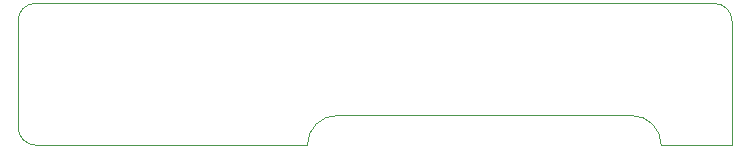
<source format=gbr>
%TF.GenerationSoftware,KiCad,Pcbnew,5.1.8+dfsg1-1~bpo10+1*%
%TF.CreationDate,2021-01-23T23:31:02+00:00*%
%TF.ProjectId,atlas_btn,61746c61-735f-4627-946e-2e6b69636164,rev?*%
%TF.SameCoordinates,Original*%
%TF.FileFunction,Profile,NP*%
%FSLAX46Y46*%
G04 Gerber Fmt 4.6, Leading zero omitted, Abs format (unit mm)*
G04 Created by KiCad (PCBNEW 5.1.8+dfsg1-1~bpo10+1) date 2021-01-23 23:31:02*
%MOMM*%
%LPD*%
G01*
G04 APERTURE LIST*
%TA.AperFunction,Profile*%
%ADD10C,0.050000*%
%TD*%
G04 APERTURE END LIST*
D10*
X137084121Y-110970000D02*
X114100000Y-110970000D01*
X173045000Y-110970000D02*
X167045000Y-110970000D01*
X164545000Y-108459980D02*
G75*
G02*
X167045000Y-110970000I0J-2500020D01*
G01*
X139645275Y-108459624D02*
G75*
G03*
X137084121Y-110970000I-50275J-2510376D01*
G01*
X171545000Y-98970000D02*
G75*
G02*
X173045000Y-100470000I0J-1500000D01*
G01*
X112600000Y-109470000D02*
G75*
G03*
X114100000Y-110970000I1500000J0D01*
G01*
X114045000Y-98970000D02*
G75*
G03*
X112600000Y-100415000I0J-1445000D01*
G01*
X114045000Y-98970000D02*
X171545000Y-98970000D01*
X112600000Y-100415000D02*
X112600000Y-109470000D01*
X139645275Y-108459624D02*
X164545000Y-108459500D01*
X173045000Y-100470000D02*
X173045000Y-110970000D01*
M02*

</source>
